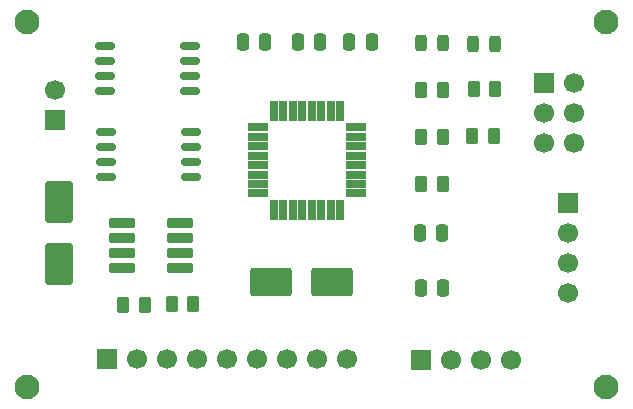
<source format=gbr>
%TF.GenerationSoftware,KiCad,Pcbnew,9.0.4*%
%TF.CreationDate,2025-12-07T20:09:46+03:30*%
%TF.ProjectId,MCU_Datalogger003_4Layer,4d43555f-4461-4746-916c-6f6767657230,2*%
%TF.SameCoordinates,Original*%
%TF.FileFunction,Soldermask,Top*%
%TF.FilePolarity,Negative*%
%FSLAX46Y46*%
G04 Gerber Fmt 4.6, Leading zero omitted, Abs format (unit mm)*
G04 Created by KiCad (PCBNEW 9.0.4) date 2025-12-07 20:09:46*
%MOMM*%
%LPD*%
G01*
G04 APERTURE LIST*
G04 Aperture macros list*
%AMRoundRect*
0 Rectangle with rounded corners*
0 $1 Rounding radius*
0 $2 $3 $4 $5 $6 $7 $8 $9 X,Y pos of 4 corners*
0 Add a 4 corners polygon primitive as box body*
4,1,4,$2,$3,$4,$5,$6,$7,$8,$9,$2,$3,0*
0 Add four circle primitives for the rounded corners*
1,1,$1+$1,$2,$3*
1,1,$1+$1,$4,$5*
1,1,$1+$1,$6,$7*
1,1,$1+$1,$8,$9*
0 Add four rect primitives between the rounded corners*
20,1,$1+$1,$2,$3,$4,$5,0*
20,1,$1+$1,$4,$5,$6,$7,0*
20,1,$1+$1,$6,$7,$8,$9,0*
20,1,$1+$1,$8,$9,$2,$3,0*%
G04 Aperture macros list end*
%ADD10RoundRect,0.250000X0.250000X0.475000X-0.250000X0.475000X-0.250000X-0.475000X0.250000X-0.475000X0*%
%ADD11C,2.100000*%
%ADD12R,1.700000X1.700000*%
%ADD13C,1.700000*%
%ADD14RoundRect,0.250000X-0.262500X-0.450000X0.262500X-0.450000X0.262500X0.450000X-0.262500X0.450000X0*%
%ADD15RoundRect,0.243750X-0.243750X-0.456250X0.243750X-0.456250X0.243750X0.456250X-0.243750X0.456250X0*%
%ADD16RoundRect,0.250000X-0.250000X-0.475000X0.250000X-0.475000X0.250000X0.475000X-0.250000X0.475000X0*%
%ADD17RoundRect,0.162500X-0.650000X-0.162500X0.650000X-0.162500X0.650000X0.162500X-0.650000X0.162500X0*%
%ADD18RoundRect,0.250000X0.262500X0.450000X-0.262500X0.450000X-0.262500X-0.450000X0.262500X-0.450000X0*%
%ADD19RoundRect,0.099250X-0.987750X-0.297750X0.987750X-0.297750X0.987750X0.297750X-0.987750X0.297750X0*%
%ADD20RoundRect,0.094250X-0.742750X-0.282750X0.742750X-0.282750X0.742750X0.282750X-0.742750X0.282750X0*%
%ADD21RoundRect,0.094250X-0.282750X-0.742750X0.282750X-0.742750X0.282750X0.742750X-0.282750X0.742750X0*%
%ADD22RoundRect,0.250001X0.949999X-1.499999X0.949999X1.499999X-0.949999X1.499999X-0.949999X-1.499999X0*%
%ADD23RoundRect,0.250001X-1.499999X-0.949999X1.499999X-0.949999X1.499999X0.949999X-1.499999X0.949999X0*%
G04 APERTURE END LIST*
D10*
%TO.C,C4*%
X134228800Y-110439200D03*
X136128800Y-110439200D03*
%TD*%
D11*
%TO.C,H4*%
X149984735Y-123438000D03*
%TD*%
D12*
%TO.C,J4*%
X144780000Y-97688400D03*
D13*
X147320000Y-97688400D03*
X144780000Y-100228400D03*
X147320000Y-100228400D03*
X144780000Y-102768400D03*
X147320000Y-102768400D03*
%TD*%
D14*
%TO.C,R7*%
X134341400Y-98274600D03*
X136166400Y-98274600D03*
%TD*%
D15*
%TO.C,D1*%
X138750000Y-94375000D03*
X140625000Y-94375000D03*
%TD*%
D14*
%TO.C,R6*%
X138673400Y-102198200D03*
X140498400Y-102198200D03*
%TD*%
D11*
%TO.C,H3*%
X149984735Y-92513000D03*
%TD*%
D16*
%TO.C,C1*%
X119225500Y-94273800D03*
X121125500Y-94273800D03*
%TD*%
D10*
%TO.C,C3*%
X125799100Y-94273800D03*
X123899100Y-94273800D03*
%TD*%
D17*
%TO.C,U3*%
X107613700Y-94615000D03*
X107613700Y-95885000D03*
X107613700Y-97155000D03*
X107613700Y-98425000D03*
X114788700Y-98425000D03*
X114788700Y-97155000D03*
X114788700Y-95885000D03*
X114788700Y-94615000D03*
%TD*%
D18*
%TO.C,R3*%
X136166400Y-102287800D03*
X134341400Y-102287800D03*
%TD*%
%TO.C,R5*%
X140612500Y-98247200D03*
X138787500Y-98247200D03*
%TD*%
D12*
%TO.C,BT1*%
X103360700Y-100827000D03*
D13*
X103360700Y-98287000D03*
%TD*%
D18*
%TO.C,R1*%
X110943400Y-116535200D03*
X109118400Y-116535200D03*
%TD*%
D15*
%TO.C,D2*%
X134356400Y-94363000D03*
X136231400Y-94363000D03*
%TD*%
D16*
%TO.C,C2*%
X134323900Y-115089400D03*
X136223900Y-115089400D03*
%TD*%
D19*
%TO.C,U2*%
X108980200Y-109601000D03*
X108980200Y-110871000D03*
X108980200Y-112141000D03*
X108980200Y-113411000D03*
X113930200Y-113411000D03*
X113930200Y-112141000D03*
X113930200Y-110871000D03*
X113930200Y-109601000D03*
%TD*%
D20*
%TO.C,U4*%
X120499200Y-101463000D03*
X120499200Y-102263000D03*
X120499200Y-103063000D03*
X120499200Y-103863000D03*
X120499200Y-104663000D03*
X120499200Y-105463000D03*
X120499200Y-106263000D03*
X120499200Y-107063000D03*
D21*
X121869200Y-108433000D03*
X122669200Y-108433000D03*
X123469200Y-108433000D03*
X124269200Y-108433000D03*
X125069200Y-108433000D03*
X125869200Y-108433000D03*
X126669200Y-108433000D03*
X127469200Y-108433000D03*
D20*
X128839200Y-107063000D03*
X128839200Y-106263000D03*
X128839200Y-105463000D03*
X128839200Y-104663000D03*
X128839200Y-103863000D03*
X128839200Y-103063000D03*
X128839200Y-102263000D03*
X128839200Y-101463000D03*
D21*
X127469200Y-100093000D03*
X126669200Y-100093000D03*
X125869200Y-100093000D03*
X125069200Y-100093000D03*
X124269200Y-100093000D03*
X123469200Y-100093000D03*
X122669200Y-100093000D03*
X121869200Y-100093000D03*
%TD*%
D12*
%TO.C,J3*%
X107780300Y-121096200D03*
D13*
X110320300Y-121096200D03*
X112860300Y-121096200D03*
X115400300Y-121096200D03*
X117940300Y-121096200D03*
X120480300Y-121096200D03*
X123020300Y-121096200D03*
X125560300Y-121096200D03*
X128100300Y-121096200D03*
%TD*%
D22*
%TO.C,Y1*%
X103716300Y-113028200D03*
X103716300Y-107828200D03*
%TD*%
D23*
%TO.C,Y2*%
X121606000Y-114554000D03*
X126806000Y-114554000D03*
%TD*%
D12*
%TO.C,J2*%
X134348700Y-121147000D03*
D13*
X136888700Y-121147000D03*
X139428700Y-121147000D03*
X141968700Y-121147000D03*
%TD*%
D12*
%TO.C,J1*%
X146773900Y-107903000D03*
D13*
X146773900Y-110443000D03*
X146773900Y-112983000D03*
X146773900Y-115523000D03*
%TD*%
D14*
%TO.C,R2*%
X113233200Y-116433600D03*
X115058200Y-116433600D03*
%TD*%
D11*
%TO.C,H1*%
X101009735Y-123438000D03*
%TD*%
%TO.C,H2*%
X101009735Y-92513000D03*
%TD*%
D17*
%TO.C,U1*%
X107664500Y-101868400D03*
X107664500Y-103138400D03*
X107664500Y-104408400D03*
X107664500Y-105678400D03*
X114839500Y-105678400D03*
X114839500Y-104408400D03*
X114839500Y-103138400D03*
X114839500Y-101868400D03*
%TD*%
D10*
%TO.C,C5*%
X130167900Y-94273800D03*
X128267900Y-94273800D03*
%TD*%
D18*
%TO.C,R4*%
X136166400Y-106301000D03*
X134341400Y-106301000D03*
%TD*%
M02*

</source>
